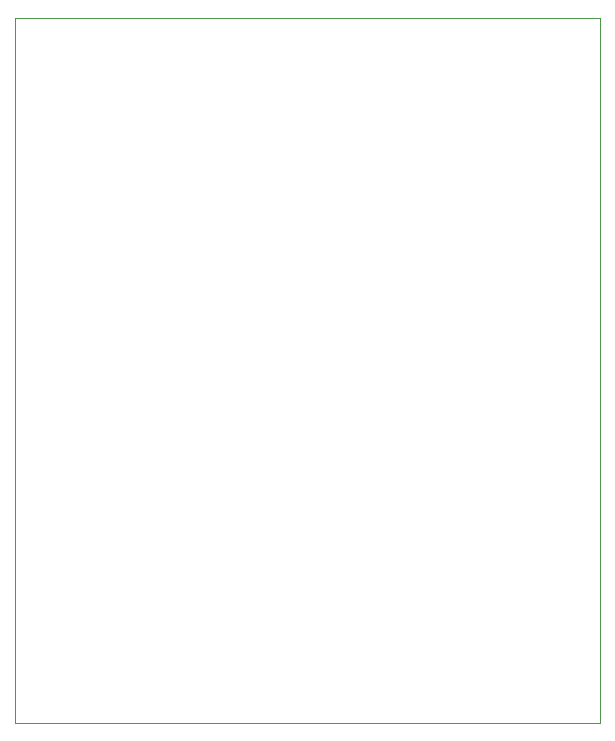
<source format=gbr>
%TF.GenerationSoftware,KiCad,Pcbnew,5.1.7-a382d34a8~88~ubuntu18.04.1*%
%TF.CreationDate,2021-02-25T09:41:41-05:00*%
%TF.ProjectId,FaultLatcher,4661756c-744c-4617-9463-6865722e6b69,rev?*%
%TF.SameCoordinates,Original*%
%TF.FileFunction,Profile,NP*%
%FSLAX46Y46*%
G04 Gerber Fmt 4.6, Leading zero omitted, Abs format (unit mm)*
G04 Created by KiCad (PCBNEW 5.1.7-a382d34a8~88~ubuntu18.04.1) date 2021-02-25 09:41:41*
%MOMM*%
%LPD*%
G01*
G04 APERTURE LIST*
%TA.AperFunction,Profile*%
%ADD10C,0.050000*%
%TD*%
G04 APERTURE END LIST*
D10*
X121920000Y-69850000D02*
X121920000Y-72390000D01*
X171450000Y-72390000D02*
X171450000Y-69850000D01*
X121920000Y-69850000D02*
X171450000Y-69850000D01*
X121920000Y-129540000D02*
X121920000Y-72390000D01*
X171450000Y-129540000D02*
X121920000Y-129540000D01*
X171450000Y-72390000D02*
X171450000Y-129540000D01*
M02*

</source>
